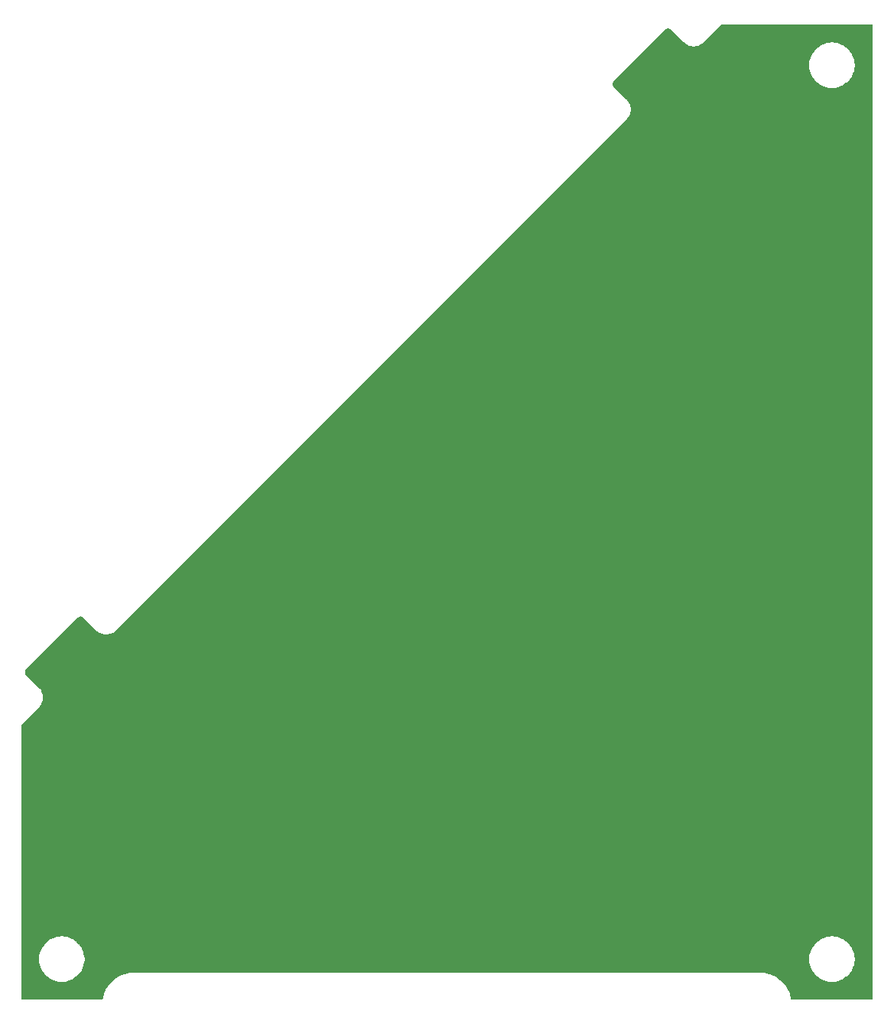
<source format=gtl>
G04*
G04 #@! TF.GenerationSoftware,Altium Limited,Altium Designer,25.5.2 (35)*
G04*
G04 Layer_Physical_Order=1*
G04 Layer_Color=255*
%FSLAX44Y44*%
%MOMM*%
G71*
G04*
<<<<<<< HEAD
G04 #@! TF.SameCoordinates,6140B25F-4C27-492A-9782-77A60290FADA*
=======
G04 #@! TF.SameCoordinates,63EED4D7-2B62-4546-9665-C9956AE07003*
>>>>>>> 53522a86088ad27609dabe21cc5cf6d408bb42ac
G04*
G04*
G04 #@! TF.FilePolarity,Positive*
G04*
G01*
G75*
G36*
X947530Y5098D02*
X857293D01*
X857106Y6518D01*
X856998Y6837D01*
X856976Y7172D01*
X855960Y10963D01*
X855811Y11264D01*
X855746Y11594D01*
X854244Y15220D01*
X854057Y15499D01*
X853949Y15818D01*
X851987Y19216D01*
X851765Y19469D01*
X851616Y19770D01*
X849227Y22884D01*
X848975Y23105D01*
X848788Y23385D01*
X846013Y26160D01*
X845733Y26347D01*
X845512Y26600D01*
X842398Y28988D01*
X842097Y29137D01*
X841844Y29359D01*
X838446Y31321D01*
X838127Y31429D01*
X837847Y31616D01*
X834222Y33118D01*
X833892Y33183D01*
X833590Y33332D01*
X829800Y34348D01*
X829464Y34370D01*
X829146Y34478D01*
X825255Y34990D01*
X825003Y34973D01*
X824757Y35031D01*
X822795Y35095D01*
X822711Y35081D01*
X822628Y35098D01*
X130000Y35098D01*
X129917Y35081D01*
X129833Y35095D01*
X127871Y35031D01*
X127625Y34973D01*
X127373Y34990D01*
X123482Y34478D01*
X123163Y34370D01*
X122828Y34348D01*
X119037Y33332D01*
X118736Y33183D01*
X118406Y33118D01*
X114781Y31616D01*
X114501Y31429D01*
X114182Y31321D01*
X110784Y29359D01*
X110531Y29137D01*
X110230Y28988D01*
X107116Y26600D01*
X106895Y26347D01*
X106615Y26160D01*
X103840Y23385D01*
X103653Y23105D01*
X103400Y22884D01*
X101011Y19770D01*
X100863Y19469D01*
X100641Y19216D01*
X98679Y15818D01*
X98571Y15499D01*
X98384Y15220D01*
X96882Y11594D01*
X96817Y11264D01*
X96668Y10963D01*
X95652Y7172D01*
X95630Y6837D01*
X95522Y6518D01*
X95335Y5098D01*
X5098D01*
Y308988D01*
X24818Y328708D01*
X24888Y328814D01*
X24990Y328890D01*
X25649Y329617D01*
X25844Y329941D01*
X26111Y330208D01*
X27200Y331838D01*
X27392Y332302D01*
X27671Y332719D01*
X28421Y334531D01*
X28519Y335023D01*
X28711Y335487D01*
X29094Y337410D01*
Y337912D01*
X29192Y338404D01*
Y340364D01*
X29094Y340857D01*
Y341359D01*
X28711Y343282D01*
X28519Y343745D01*
X28421Y344238D01*
X27671Y346049D01*
X27392Y346467D01*
X27200Y346931D01*
X26111Y348560D01*
X25844Y348828D01*
X25650Y349151D01*
X24991Y349879D01*
X24889Y349954D01*
X24818Y350060D01*
X10676Y364202D01*
X10334Y364543D01*
X9798Y365346D01*
X9428Y366239D01*
X9240Y367186D01*
X9240Y368151D01*
X9428Y369098D01*
X9798Y369991D01*
X10334Y370794D01*
X10676Y371135D01*
X10676Y371135D01*
X67244Y427703D01*
X67586Y428045D01*
X68389Y428581D01*
X69281Y428951D01*
X70228Y429139D01*
X71193D01*
X72140Y428951D01*
X73033Y428581D01*
X73836Y428045D01*
X74177Y427703D01*
D01*
X88319Y413561D01*
X88425Y413491D01*
X88500Y413389D01*
X89228Y412730D01*
X89552Y412536D01*
X89819Y412268D01*
X91449Y411179D01*
X91913Y410987D01*
X92330Y410708D01*
X94141Y409958D01*
X94634Y409860D01*
X95098Y409668D01*
X97020Y409285D01*
X97522D01*
X98015Y409187D01*
X99975D01*
X100468Y409285D01*
X100970D01*
X102892Y409668D01*
X103356Y409860D01*
X103849Y409958D01*
X105660Y410708D01*
X106077Y410987D01*
X106541Y411179D01*
X108171Y412268D01*
X108438Y412535D01*
X108762Y412730D01*
X109489Y413389D01*
X109565Y413491D01*
X109671Y413561D01*
X675356Y979247D01*
X675427Y979352D01*
X675529Y979428D01*
X676188Y980155D01*
X676382Y980479D01*
X676649Y980746D01*
X677738Y982376D01*
X677930Y982840D01*
X678209Y983258D01*
X678960Y985069D01*
X679057Y985561D01*
X679250Y986025D01*
X679632Y987948D01*
Y988450D01*
X679730Y988942D01*
Y990903D01*
X679632Y991395D01*
Y991897D01*
X679250Y993820D01*
X679057Y994284D01*
X678960Y994776D01*
X678209Y996587D01*
X677930Y997005D01*
X677738Y997469D01*
X676649Y999099D01*
X676382Y999366D01*
X676188Y999690D01*
X675529Y1000417D01*
X675427Y1000493D01*
X675356Y1000598D01*
X661214Y1014740D01*
X660873Y1015082D01*
X660336Y1015885D01*
X659967Y1016777D01*
X659778Y1017724D01*
X659778Y1018690D01*
X659967Y1019637D01*
X660336Y1020529D01*
X660873Y1021332D01*
X661214Y1021673D01*
X661214Y1021673D01*
X717782Y1078242D01*
X718124Y1078583D01*
X718927Y1079119D01*
X719819Y1079489D01*
X720766Y1079678D01*
X721732D01*
X722679Y1079489D01*
X723571Y1079119D01*
X724374Y1078583D01*
X724715Y1078242D01*
D01*
X738857Y1064100D01*
X738963Y1064029D01*
X739039Y1063927D01*
X739766Y1063268D01*
X740090Y1063074D01*
X740357Y1062807D01*
X741987Y1061718D01*
X742451Y1061525D01*
X742868Y1061246D01*
X744679Y1060496D01*
X745172Y1060398D01*
X745636Y1060206D01*
X747559Y1059824D01*
X748061D01*
X748553Y1059726D01*
X750513D01*
X751006Y1059824D01*
X751508D01*
X753431Y1060206D01*
X753894Y1060398D01*
X754387Y1060496D01*
X756198Y1061246D01*
X756616Y1061525D01*
X757079Y1061717D01*
X758709Y1062806D01*
X758977Y1063074D01*
X759301Y1063268D01*
X760028Y1063927D01*
X760103Y1064029D01*
X760209Y1064100D01*
X779929Y1083820D01*
X947530D01*
Y5098D01*
D02*
G37*
%LPC*%
G36*
X904598Y1064018D02*
X900658D01*
X900165Y1063920D01*
X899663D01*
X895799Y1063151D01*
X895336Y1062959D01*
X894843Y1062861D01*
X891203Y1061353D01*
X890786Y1061074D01*
X890322Y1060882D01*
X887046Y1058693D01*
X886691Y1058338D01*
X886274Y1058059D01*
X883488Y1055274D01*
X883209Y1054856D01*
X882854Y1054501D01*
X880665Y1051226D01*
X880473Y1050762D01*
X880194Y1050344D01*
X878687Y1046704D01*
X878589Y1046212D01*
X878396Y1045748D01*
X877628Y1041884D01*
Y1041382D01*
X877530Y1040890D01*
Y1038920D01*
Y1036950D01*
X877628Y1036457D01*
Y1035955D01*
X878396Y1032091D01*
X878589Y1031627D01*
X878687Y1031135D01*
X880194Y1027495D01*
X880473Y1027078D01*
X880665Y1026614D01*
X882854Y1023338D01*
X883209Y1022983D01*
X883488Y1022566D01*
X886274Y1019780D01*
X886691Y1019501D01*
X887046Y1019146D01*
X890322Y1016957D01*
X890786Y1016765D01*
X891203Y1016486D01*
X894843Y1014978D01*
X895336Y1014880D01*
X895800Y1014688D01*
X899663Y1013920D01*
X900166D01*
X900658Y1013822D01*
X904598D01*
X905090Y1013920D01*
X905592D01*
X909456Y1014688D01*
X909920Y1014880D01*
X910413Y1014978D01*
X914052Y1016486D01*
X914470Y1016765D01*
X914934Y1016957D01*
X918209Y1019146D01*
X918564Y1019501D01*
X918982Y1019780D01*
X921768Y1022566D01*
X922047Y1022983D01*
X922402Y1023338D01*
X924591Y1026614D01*
X924783Y1027078D01*
X925061Y1027495D01*
X926569Y1031135D01*
X926667Y1031628D01*
X926859Y1032091D01*
X927628Y1035955D01*
Y1036457D01*
X927726Y1036950D01*
Y1038920D01*
Y1040890D01*
X927628Y1041382D01*
Y1041884D01*
X926859Y1045748D01*
X926667Y1046212D01*
X926569Y1046704D01*
X925061Y1050344D01*
X924783Y1050762D01*
X924591Y1051226D01*
X922402Y1054501D01*
X922047Y1054856D01*
X921768Y1055274D01*
X918982Y1058059D01*
X918565Y1058338D01*
X918209Y1058693D01*
X914934Y1060882D01*
X914470Y1061074D01*
X914052Y1061353D01*
X910413Y1062861D01*
X909920Y1062959D01*
X909456Y1063151D01*
X905592Y1063920D01*
X905090D01*
X904598Y1064018D01*
D02*
G37*
G36*
X904600Y75098D02*
X900660D01*
X900168Y75000D01*
X899666D01*
X895802Y74231D01*
X895338Y74039D01*
X894845Y73941D01*
X891206Y72434D01*
X890788Y72155D01*
X890324Y71963D01*
X887048Y69774D01*
X886693Y69419D01*
X886276Y69140D01*
X883490Y66354D01*
X883211Y65937D01*
X882856Y65581D01*
X880667Y62306D01*
X880475Y61842D01*
X880196Y61424D01*
X878689Y57785D01*
X878591Y57292D01*
X878399Y56828D01*
X877630Y52964D01*
Y52462D01*
X877532Y51970D01*
Y50000D01*
Y48030D01*
X877630Y47538D01*
Y47036D01*
X878399Y43172D01*
X878591Y42708D01*
X878689Y42215D01*
X880196Y38575D01*
X880475Y38158D01*
X880667Y37694D01*
X882856Y34418D01*
X883211Y34063D01*
X883490Y33646D01*
X886276Y30860D01*
X886693Y30581D01*
X887048Y30226D01*
X890324Y28037D01*
X890788Y27845D01*
X891206Y27566D01*
X894845Y26059D01*
X895338Y25961D01*
X895802Y25769D01*
X899666Y25000D01*
X900168D01*
X900660Y24902D01*
X904600D01*
X905092Y25000D01*
X905594D01*
X909458Y25769D01*
X909922Y25961D01*
X910415Y26059D01*
X914054Y27566D01*
X914472Y27845D01*
X914936Y28037D01*
X918212Y30226D01*
X918567Y30581D01*
X918984Y30860D01*
X921770Y33646D01*
X922049Y34063D01*
X922404Y34418D01*
X924593Y37694D01*
X924785Y38158D01*
X925064Y38575D01*
X926571Y42215D01*
X926669Y42708D01*
X926861Y43172D01*
X927630Y47036D01*
Y47538D01*
X927728Y48030D01*
Y50000D01*
Y51970D01*
X927630Y52462D01*
Y52964D01*
X926861Y56828D01*
X926669Y57292D01*
X926571Y57785D01*
X925064Y61424D01*
X924785Y61842D01*
X924593Y62306D01*
X922404Y65581D01*
X922049Y65936D01*
X921770Y66354D01*
X918984Y69140D01*
X918567Y69419D01*
X918212Y69774D01*
X914936Y71963D01*
X914472Y72155D01*
X914054Y72434D01*
X910415Y73941D01*
X909922Y74039D01*
X909458Y74231D01*
X905594Y75000D01*
X905092D01*
X904600Y75098D01*
D02*
G37*
G36*
X51970D02*
X48030D01*
X47538Y75000D01*
X47036D01*
X43172Y74231D01*
X42708Y74039D01*
X42215Y73941D01*
X38575Y72434D01*
X38158Y72155D01*
X37694Y71963D01*
X34418Y69774D01*
X34063Y69419D01*
X33646Y69140D01*
X30860Y66354D01*
X30581Y65937D01*
X30226Y65581D01*
X28037Y62306D01*
X27845Y61842D01*
X27566Y61424D01*
X26059Y57785D01*
X25961Y57292D01*
X25769Y56828D01*
X25000Y52964D01*
Y52462D01*
X24902Y51970D01*
Y50000D01*
Y48030D01*
X25000Y47538D01*
Y47036D01*
X25769Y43172D01*
X25961Y42708D01*
X26059Y42215D01*
X27566Y38575D01*
X27845Y38158D01*
X28037Y37694D01*
X30226Y34418D01*
X30581Y34063D01*
X30860Y33646D01*
X33646Y30860D01*
X34063Y30581D01*
X34418Y30226D01*
X37694Y28037D01*
X38158Y27845D01*
X38575Y27566D01*
X42215Y26059D01*
X42708Y25961D01*
X43172Y25769D01*
X47036Y25000D01*
X47538D01*
X48030Y24902D01*
X51970D01*
X52462Y25000D01*
X52964D01*
X56828Y25769D01*
X57292Y25961D01*
X57785Y26059D01*
X61424Y27566D01*
X61842Y27845D01*
X62306Y28037D01*
X65581Y30226D01*
X65936Y30581D01*
X66354Y30860D01*
X69140Y33646D01*
X69419Y34063D01*
X69774Y34418D01*
X71963Y37694D01*
X72155Y38158D01*
X72434Y38575D01*
X73941Y42215D01*
X74039Y42708D01*
X74231Y43172D01*
X75000Y47036D01*
Y47538D01*
X75098Y48030D01*
Y50000D01*
Y51970D01*
X75000Y52462D01*
Y52964D01*
X74231Y56828D01*
X74039Y57292D01*
X73941Y57785D01*
X72434Y61424D01*
X72155Y61842D01*
X71963Y62306D01*
X69774Y65581D01*
X69419Y65936D01*
X69140Y66354D01*
X66354Y69140D01*
X65937Y69419D01*
X65581Y69774D01*
X62306Y71963D01*
X61842Y72155D01*
X61424Y72434D01*
X57785Y73941D01*
X57292Y74039D01*
X56828Y74231D01*
X52964Y75000D01*
X52462D01*
X51970Y75098D01*
D02*
G37*
%LPD*%
M02*

</source>
